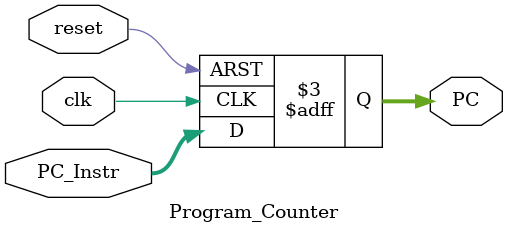
<source format=v>
module Program_Counter
    #(parameter Data_Width=32)
    (
    output  reg     [Data_Width-1:0]   PC,
    input   wire    [Data_Width-1:0]   PC_Instr,                 
    input   wire                       clk,reset
);

    always@(posedge clk or negedge reset)
    begin
        if (!reset)
            PC<={ (Data_Width) {1'b0} };
        else 
            PC<=PC_Instr;
               
    end

endmodule
</source>
